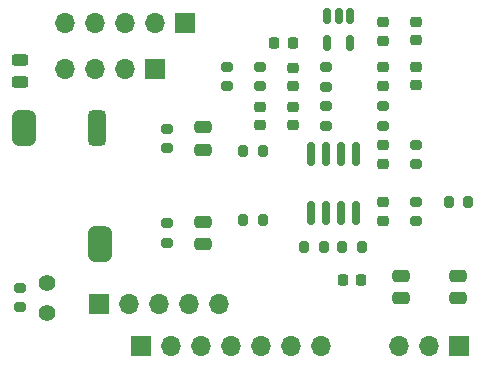
<source format=gts>
G04 #@! TF.GenerationSoftware,KiCad,Pcbnew,8.0.4*
G04 #@! TF.CreationDate,2024-08-01T22:41:18+02:00*
G04 #@! TF.ProjectId,Headless TEF Audio board,48656164-6c65-4737-9320-544546204175,1*
G04 #@! TF.SameCoordinates,Original*
G04 #@! TF.FileFunction,Soldermask,Top*
G04 #@! TF.FilePolarity,Negative*
%FSLAX46Y46*%
G04 Gerber Fmt 4.6, Leading zero omitted, Abs format (unit mm)*
G04 Created by KiCad (PCBNEW 8.0.4) date 2024-08-01 22:41:18*
%MOMM*%
%LPD*%
G01*
G04 APERTURE LIST*
G04 Aperture macros list*
%AMRoundRect*
0 Rectangle with rounded corners*
0 $1 Rounding radius*
0 $2 $3 $4 $5 $6 $7 $8 $9 X,Y pos of 4 corners*
0 Add a 4 corners polygon primitive as box body*
4,1,4,$2,$3,$4,$5,$6,$7,$8,$9,$2,$3,0*
0 Add four circle primitives for the rounded corners*
1,1,$1+$1,$2,$3*
1,1,$1+$1,$4,$5*
1,1,$1+$1,$6,$7*
1,1,$1+$1,$8,$9*
0 Add four rect primitives between the rounded corners*
20,1,$1+$1,$2,$3,$4,$5,0*
20,1,$1+$1,$4,$5,$6,$7,0*
20,1,$1+$1,$6,$7,$8,$9,0*
20,1,$1+$1,$8,$9,$2,$3,0*%
G04 Aperture macros list end*
%ADD10RoundRect,0.225000X0.250000X-0.225000X0.250000X0.225000X-0.250000X0.225000X-0.250000X-0.225000X0*%
%ADD11RoundRect,0.150000X-0.150000X0.512500X-0.150000X-0.512500X0.150000X-0.512500X0.150000X0.512500X0*%
%ADD12C,1.400000*%
%ADD13RoundRect,0.200000X-0.275000X0.200000X-0.275000X-0.200000X0.275000X-0.200000X0.275000X0.200000X0*%
%ADD14RoundRect,0.218750X-0.218750X-0.256250X0.218750X-0.256250X0.218750X0.256250X-0.218750X0.256250X0*%
%ADD15RoundRect,0.200000X0.275000X-0.200000X0.275000X0.200000X-0.275000X0.200000X-0.275000X-0.200000X0*%
%ADD16RoundRect,0.500000X0.500000X-1.000000X0.500000X1.000000X-0.500000X1.000000X-0.500000X-1.000000X0*%
%ADD17RoundRect,0.375000X0.375000X-1.125000X0.375000X1.125000X-0.375000X1.125000X-0.375000X-1.125000X0*%
%ADD18RoundRect,0.200000X0.200000X0.275000X-0.200000X0.275000X-0.200000X-0.275000X0.200000X-0.275000X0*%
%ADD19RoundRect,0.250000X0.475000X-0.250000X0.475000X0.250000X-0.475000X0.250000X-0.475000X-0.250000X0*%
%ADD20RoundRect,0.150000X0.150000X-0.825000X0.150000X0.825000X-0.150000X0.825000X-0.150000X-0.825000X0*%
%ADD21RoundRect,0.243750X-0.456250X0.243750X-0.456250X-0.243750X0.456250X-0.243750X0.456250X0.243750X0*%
%ADD22RoundRect,0.225000X-0.250000X0.225000X-0.250000X-0.225000X0.250000X-0.225000X0.250000X0.225000X0*%
%ADD23RoundRect,0.250000X-0.475000X0.250000X-0.475000X-0.250000X0.475000X-0.250000X0.475000X0.250000X0*%
%ADD24RoundRect,0.225000X-0.225000X-0.250000X0.225000X-0.250000X0.225000X0.250000X-0.225000X0.250000X0*%
%ADD25RoundRect,0.200000X-0.200000X-0.275000X0.200000X-0.275000X0.200000X0.275000X-0.200000X0.275000X0*%
%ADD26R,1.700000X1.700000*%
%ADD27O,1.700000X1.700000*%
G04 APERTURE END LIST*
D10*
G04 #@! TO.C,C5*
X169312000Y-95024000D03*
X169312000Y-93474000D03*
G04 #@! TD*
G04 #@! TO.C,C13*
X169312000Y-84610000D03*
X169312000Y-83060000D03*
G04 #@! TD*
G04 #@! TO.C,C10*
X158898000Y-91772000D03*
X158898000Y-90222000D03*
G04 #@! TD*
G04 #@! TO.C,C14*
X172106000Y-84584000D03*
X172106000Y-83034000D03*
G04 #@! TD*
D11*
G04 #@! TO.C,U2*
X166518000Y-82563000D03*
X165568000Y-82563000D03*
X164618000Y-82563000D03*
X164618000Y-84838000D03*
X166518000Y-84838000D03*
G04 #@! TD*
D10*
G04 #@! TO.C,C6*
X161692000Y-88470000D03*
X161692000Y-86920000D03*
G04 #@! TD*
D12*
G04 #@! TO.C,JP1*
X140864000Y-105158000D03*
X140864000Y-107698000D03*
G04 #@! TD*
D13*
G04 #@! TO.C,R5*
X169312000Y-90172000D03*
X169312000Y-91822000D03*
G04 #@! TD*
D14*
G04 #@! TO.C,FB1*
X160117000Y-84838000D03*
X161692000Y-84838000D03*
G04 #@! TD*
D15*
G04 #@! TO.C,R4*
X172106000Y-99900000D03*
X172106000Y-98250000D03*
G04 #@! TD*
D13*
G04 #@! TO.C,R3*
X172106000Y-93424000D03*
X172106000Y-95074000D03*
G04 #@! TD*
D16*
G04 #@! TO.C,J2*
X138892000Y-92005000D03*
X145392000Y-101784000D03*
D17*
X145092000Y-92005000D03*
G04 #@! TD*
D18*
G04 #@! TO.C,R6*
X176550000Y-98300000D03*
X174900000Y-98300000D03*
G04 #@! TD*
D19*
G04 #@! TO.C,C3*
X175662000Y-106428000D03*
X175662000Y-104528000D03*
G04 #@! TD*
D15*
G04 #@! TO.C,R1*
X156104000Y-88457000D03*
X156104000Y-86807000D03*
G04 #@! TD*
D20*
G04 #@! TO.C,U1*
X163216000Y-99186000D03*
X164486000Y-99186000D03*
X165756000Y-99186000D03*
X167026000Y-99186000D03*
X167026000Y-94236000D03*
X165756000Y-94236000D03*
X164486000Y-94236000D03*
X163216000Y-94236000D03*
G04 #@! TD*
D10*
G04 #@! TO.C,C1*
X172106000Y-88394000D03*
X172106000Y-86844000D03*
G04 #@! TD*
D21*
G04 #@! TO.C,F1*
X138578000Y-86265000D03*
X138578000Y-88140000D03*
G04 #@! TD*
D13*
G04 #@! TO.C,R13*
X151024000Y-92078000D03*
X151024000Y-93728000D03*
G04 #@! TD*
D18*
G04 #@! TO.C,R11*
X159152000Y-93982000D03*
X157502000Y-93982000D03*
G04 #@! TD*
D22*
G04 #@! TO.C,C7*
X169312000Y-98300000D03*
X169312000Y-99850000D03*
G04 #@! TD*
D18*
G04 #@! TO.C,R12*
X159152000Y-99824000D03*
X157502000Y-99824000D03*
G04 #@! TD*
D13*
G04 #@! TO.C,R2*
X158898000Y-86807000D03*
X158898000Y-88457000D03*
G04 #@! TD*
D10*
G04 #@! TO.C,C9*
X161692000Y-91772000D03*
X161692000Y-90222000D03*
G04 #@! TD*
D13*
G04 #@! TO.C,R9*
X164486000Y-90172000D03*
X164486000Y-91822000D03*
G04 #@! TD*
G04 #@! TO.C,R15*
X138578000Y-105540000D03*
X138578000Y-107190000D03*
G04 #@! TD*
D23*
G04 #@! TO.C,C12*
X154072000Y-99953000D03*
X154072000Y-101853000D03*
G04 #@! TD*
D24*
G04 #@! TO.C,C8*
X165934000Y-104904000D03*
X167484000Y-104904000D03*
G04 #@! TD*
D15*
G04 #@! TO.C,R14*
X151024000Y-101728000D03*
X151024000Y-100078000D03*
G04 #@! TD*
D19*
G04 #@! TO.C,C11*
X154072000Y-93853000D03*
X154072000Y-91953000D03*
G04 #@! TD*
D18*
G04 #@! TO.C,R10*
X164295000Y-102110000D03*
X162645000Y-102110000D03*
G04 #@! TD*
D15*
G04 #@! TO.C,R7*
X164486000Y-88520000D03*
X164486000Y-86870000D03*
G04 #@! TD*
D10*
G04 #@! TO.C,C2*
X169312000Y-88420000D03*
X169312000Y-86870000D03*
G04 #@! TD*
D19*
G04 #@! TO.C,C4*
X170836000Y-106428000D03*
X170836000Y-104528000D03*
G04 #@! TD*
D25*
G04 #@! TO.C,R8*
X165884000Y-102110000D03*
X167534000Y-102110000D03*
G04 #@! TD*
D26*
G04 #@! TO.C,J4*
X152532000Y-83134000D03*
D27*
X149992000Y-83134000D03*
X147452000Y-83134000D03*
X144912000Y-83134000D03*
X142372000Y-83134000D03*
G04 #@! TD*
D26*
G04 #@! TO.C,J3*
X145312000Y-106884000D03*
D27*
X147852000Y-106884000D03*
X150392000Y-106884000D03*
X152932000Y-106884000D03*
X155472000Y-106884000D03*
G04 #@! TD*
D26*
G04 #@! TO.C,J6*
X149992000Y-87034000D03*
D27*
X147452000Y-87034000D03*
X144912000Y-87034000D03*
X142372000Y-87034000D03*
G04 #@! TD*
D26*
G04 #@! TO.C,J1*
X175789000Y-110484000D03*
D27*
X173249000Y-110484000D03*
X170709000Y-110484000D03*
G04 #@! TD*
D26*
G04 #@! TO.C,J5*
X148865000Y-110484000D03*
D27*
X151405000Y-110484000D03*
X153945000Y-110484000D03*
X156485000Y-110484000D03*
X159025000Y-110484000D03*
X161565000Y-110484000D03*
X164105000Y-110484000D03*
G04 #@! TD*
M02*

</source>
